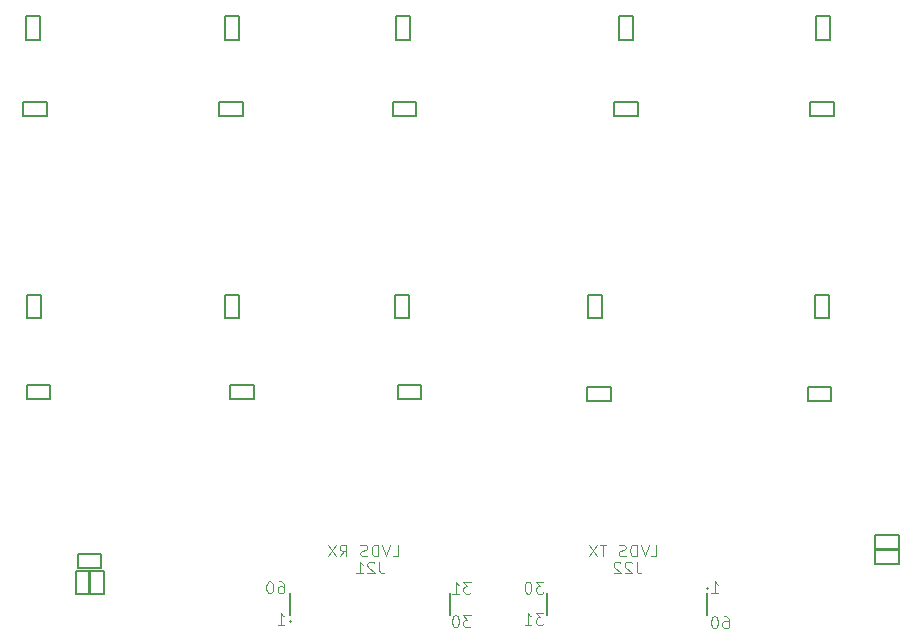
<source format=gbr>
%TF.GenerationSoftware,KiCad,Pcbnew,8.0.1*%
%TF.CreationDate,2025-04-10T18:27:20+05:30*%
%TF.ProjectId,GPIO HAT 2,4750494f-2048-4415-9420-322e6b696361,rev?*%
%TF.SameCoordinates,Original*%
%TF.FileFunction,Legend,Bot*%
%TF.FilePolarity,Positive*%
%FSLAX46Y46*%
G04 Gerber Fmt 4.6, Leading zero omitted, Abs format (unit mm)*
G04 Created by KiCad (PCBNEW 8.0.1) date 2025-04-10 18:27:20*
%MOMM*%
%LPD*%
G01*
G04 APERTURE LIST*
%ADD10C,0.100000*%
%ADD11C,0.200000*%
%ADD12C,0.250000*%
G04 APERTURE END LIST*
D10*
X201518153Y-135295819D02*
X200899106Y-135295819D01*
X200899106Y-135295819D02*
X201232439Y-135676771D01*
X201232439Y-135676771D02*
X201089582Y-135676771D01*
X201089582Y-135676771D02*
X200994344Y-135724390D01*
X200994344Y-135724390D02*
X200946725Y-135772009D01*
X200946725Y-135772009D02*
X200899106Y-135867247D01*
X200899106Y-135867247D02*
X200899106Y-136105342D01*
X200899106Y-136105342D02*
X200946725Y-136200580D01*
X200946725Y-136200580D02*
X200994344Y-136248200D01*
X200994344Y-136248200D02*
X201089582Y-136295819D01*
X201089582Y-136295819D02*
X201375296Y-136295819D01*
X201375296Y-136295819D02*
X201470534Y-136248200D01*
X201470534Y-136248200D02*
X201518153Y-136200580D01*
X200280058Y-135295819D02*
X200184820Y-135295819D01*
X200184820Y-135295819D02*
X200089582Y-135343438D01*
X200089582Y-135343438D02*
X200041963Y-135391057D01*
X200041963Y-135391057D02*
X199994344Y-135486295D01*
X199994344Y-135486295D02*
X199946725Y-135676771D01*
X199946725Y-135676771D02*
X199946725Y-135914866D01*
X199946725Y-135914866D02*
X199994344Y-136105342D01*
X199994344Y-136105342D02*
X200041963Y-136200580D01*
X200041963Y-136200580D02*
X200089582Y-136248200D01*
X200089582Y-136248200D02*
X200184820Y-136295819D01*
X200184820Y-136295819D02*
X200280058Y-136295819D01*
X200280058Y-136295819D02*
X200375296Y-136248200D01*
X200375296Y-136248200D02*
X200422915Y-136200580D01*
X200422915Y-136200580D02*
X200470534Y-136105342D01*
X200470534Y-136105342D02*
X200518153Y-135914866D01*
X200518153Y-135914866D02*
X200518153Y-135676771D01*
X200518153Y-135676771D02*
X200470534Y-135486295D01*
X200470534Y-135486295D02*
X200422915Y-135391057D01*
X200422915Y-135391057D02*
X200375296Y-135343438D01*
X200375296Y-135343438D02*
X200280058Y-135295819D01*
X207664953Y-135092619D02*
X207045906Y-135092619D01*
X207045906Y-135092619D02*
X207379239Y-135473571D01*
X207379239Y-135473571D02*
X207236382Y-135473571D01*
X207236382Y-135473571D02*
X207141144Y-135521190D01*
X207141144Y-135521190D02*
X207093525Y-135568809D01*
X207093525Y-135568809D02*
X207045906Y-135664047D01*
X207045906Y-135664047D02*
X207045906Y-135902142D01*
X207045906Y-135902142D02*
X207093525Y-135997380D01*
X207093525Y-135997380D02*
X207141144Y-136045000D01*
X207141144Y-136045000D02*
X207236382Y-136092619D01*
X207236382Y-136092619D02*
X207522096Y-136092619D01*
X207522096Y-136092619D02*
X207617334Y-136045000D01*
X207617334Y-136045000D02*
X207664953Y-135997380D01*
X206093525Y-136092619D02*
X206664953Y-136092619D01*
X206379239Y-136092619D02*
X206379239Y-135092619D01*
X206379239Y-135092619D02*
X206474477Y-135235476D01*
X206474477Y-135235476D02*
X206569715Y-135330714D01*
X206569715Y-135330714D02*
X206664953Y-135378333D01*
X222927125Y-135372019D02*
X223117601Y-135372019D01*
X223117601Y-135372019D02*
X223212839Y-135419638D01*
X223212839Y-135419638D02*
X223260458Y-135467257D01*
X223260458Y-135467257D02*
X223355696Y-135610114D01*
X223355696Y-135610114D02*
X223403315Y-135800590D01*
X223403315Y-135800590D02*
X223403315Y-136181542D01*
X223403315Y-136181542D02*
X223355696Y-136276780D01*
X223355696Y-136276780D02*
X223308077Y-136324400D01*
X223308077Y-136324400D02*
X223212839Y-136372019D01*
X223212839Y-136372019D02*
X223022363Y-136372019D01*
X223022363Y-136372019D02*
X222927125Y-136324400D01*
X222927125Y-136324400D02*
X222879506Y-136276780D01*
X222879506Y-136276780D02*
X222831887Y-136181542D01*
X222831887Y-136181542D02*
X222831887Y-135943447D01*
X222831887Y-135943447D02*
X222879506Y-135848209D01*
X222879506Y-135848209D02*
X222927125Y-135800590D01*
X222927125Y-135800590D02*
X223022363Y-135752971D01*
X223022363Y-135752971D02*
X223212839Y-135752971D01*
X223212839Y-135752971D02*
X223308077Y-135800590D01*
X223308077Y-135800590D02*
X223355696Y-135848209D01*
X223355696Y-135848209D02*
X223403315Y-135943447D01*
X222212839Y-135372019D02*
X222117601Y-135372019D01*
X222117601Y-135372019D02*
X222022363Y-135419638D01*
X222022363Y-135419638D02*
X221974744Y-135467257D01*
X221974744Y-135467257D02*
X221927125Y-135562495D01*
X221927125Y-135562495D02*
X221879506Y-135752971D01*
X221879506Y-135752971D02*
X221879506Y-135991066D01*
X221879506Y-135991066D02*
X221927125Y-136181542D01*
X221927125Y-136181542D02*
X221974744Y-136276780D01*
X221974744Y-136276780D02*
X222022363Y-136324400D01*
X222022363Y-136324400D02*
X222117601Y-136372019D01*
X222117601Y-136372019D02*
X222212839Y-136372019D01*
X222212839Y-136372019D02*
X222308077Y-136324400D01*
X222308077Y-136324400D02*
X222355696Y-136276780D01*
X222355696Y-136276780D02*
X222403315Y-136181542D01*
X222403315Y-136181542D02*
X222450934Y-135991066D01*
X222450934Y-135991066D02*
X222450934Y-135752971D01*
X222450934Y-135752971D02*
X222403315Y-135562495D01*
X222403315Y-135562495D02*
X222355696Y-135467257D01*
X222355696Y-135467257D02*
X222308077Y-135419638D01*
X222308077Y-135419638D02*
X222212839Y-135372019D01*
X207664953Y-132451019D02*
X207045906Y-132451019D01*
X207045906Y-132451019D02*
X207379239Y-132831971D01*
X207379239Y-132831971D02*
X207236382Y-132831971D01*
X207236382Y-132831971D02*
X207141144Y-132879590D01*
X207141144Y-132879590D02*
X207093525Y-132927209D01*
X207093525Y-132927209D02*
X207045906Y-133022447D01*
X207045906Y-133022447D02*
X207045906Y-133260542D01*
X207045906Y-133260542D02*
X207093525Y-133355780D01*
X207093525Y-133355780D02*
X207141144Y-133403400D01*
X207141144Y-133403400D02*
X207236382Y-133451019D01*
X207236382Y-133451019D02*
X207522096Y-133451019D01*
X207522096Y-133451019D02*
X207617334Y-133403400D01*
X207617334Y-133403400D02*
X207664953Y-133355780D01*
X206426858Y-132451019D02*
X206331620Y-132451019D01*
X206331620Y-132451019D02*
X206236382Y-132498638D01*
X206236382Y-132498638D02*
X206188763Y-132546257D01*
X206188763Y-132546257D02*
X206141144Y-132641495D01*
X206141144Y-132641495D02*
X206093525Y-132831971D01*
X206093525Y-132831971D02*
X206093525Y-133070066D01*
X206093525Y-133070066D02*
X206141144Y-133260542D01*
X206141144Y-133260542D02*
X206188763Y-133355780D01*
X206188763Y-133355780D02*
X206236382Y-133403400D01*
X206236382Y-133403400D02*
X206331620Y-133451019D01*
X206331620Y-133451019D02*
X206426858Y-133451019D01*
X206426858Y-133451019D02*
X206522096Y-133403400D01*
X206522096Y-133403400D02*
X206569715Y-133355780D01*
X206569715Y-133355780D02*
X206617334Y-133260542D01*
X206617334Y-133260542D02*
X206664953Y-133070066D01*
X206664953Y-133070066D02*
X206664953Y-132831971D01*
X206664953Y-132831971D02*
X206617334Y-132641495D01*
X206617334Y-132641495D02*
X206569715Y-132546257D01*
X206569715Y-132546257D02*
X206522096Y-132498638D01*
X206522096Y-132498638D02*
X206426858Y-132451019D01*
X221879506Y-133425619D02*
X222450934Y-133425619D01*
X222165220Y-133425619D02*
X222165220Y-132425619D01*
X222165220Y-132425619D02*
X222260458Y-132568476D01*
X222260458Y-132568476D02*
X222355696Y-132663714D01*
X222355696Y-132663714D02*
X222450934Y-132711333D01*
X185271744Y-132425619D02*
X185462220Y-132425619D01*
X185462220Y-132425619D02*
X185557458Y-132473238D01*
X185557458Y-132473238D02*
X185605077Y-132520857D01*
X185605077Y-132520857D02*
X185700315Y-132663714D01*
X185700315Y-132663714D02*
X185747934Y-132854190D01*
X185747934Y-132854190D02*
X185747934Y-133235142D01*
X185747934Y-133235142D02*
X185700315Y-133330380D01*
X185700315Y-133330380D02*
X185652696Y-133378000D01*
X185652696Y-133378000D02*
X185557458Y-133425619D01*
X185557458Y-133425619D02*
X185366982Y-133425619D01*
X185366982Y-133425619D02*
X185271744Y-133378000D01*
X185271744Y-133378000D02*
X185224125Y-133330380D01*
X185224125Y-133330380D02*
X185176506Y-133235142D01*
X185176506Y-133235142D02*
X185176506Y-132997047D01*
X185176506Y-132997047D02*
X185224125Y-132901809D01*
X185224125Y-132901809D02*
X185271744Y-132854190D01*
X185271744Y-132854190D02*
X185366982Y-132806571D01*
X185366982Y-132806571D02*
X185557458Y-132806571D01*
X185557458Y-132806571D02*
X185652696Y-132854190D01*
X185652696Y-132854190D02*
X185700315Y-132901809D01*
X185700315Y-132901809D02*
X185747934Y-132997047D01*
X184557458Y-132425619D02*
X184462220Y-132425619D01*
X184462220Y-132425619D02*
X184366982Y-132473238D01*
X184366982Y-132473238D02*
X184319363Y-132520857D01*
X184319363Y-132520857D02*
X184271744Y-132616095D01*
X184271744Y-132616095D02*
X184224125Y-132806571D01*
X184224125Y-132806571D02*
X184224125Y-133044666D01*
X184224125Y-133044666D02*
X184271744Y-133235142D01*
X184271744Y-133235142D02*
X184319363Y-133330380D01*
X184319363Y-133330380D02*
X184366982Y-133378000D01*
X184366982Y-133378000D02*
X184462220Y-133425619D01*
X184462220Y-133425619D02*
X184557458Y-133425619D01*
X184557458Y-133425619D02*
X184652696Y-133378000D01*
X184652696Y-133378000D02*
X184700315Y-133330380D01*
X184700315Y-133330380D02*
X184747934Y-133235142D01*
X184747934Y-133235142D02*
X184795553Y-133044666D01*
X184795553Y-133044666D02*
X184795553Y-132806571D01*
X184795553Y-132806571D02*
X184747934Y-132616095D01*
X184747934Y-132616095D02*
X184700315Y-132520857D01*
X184700315Y-132520857D02*
X184652696Y-132473238D01*
X184652696Y-132473238D02*
X184557458Y-132425619D01*
X201518153Y-132451019D02*
X200899106Y-132451019D01*
X200899106Y-132451019D02*
X201232439Y-132831971D01*
X201232439Y-132831971D02*
X201089582Y-132831971D01*
X201089582Y-132831971D02*
X200994344Y-132879590D01*
X200994344Y-132879590D02*
X200946725Y-132927209D01*
X200946725Y-132927209D02*
X200899106Y-133022447D01*
X200899106Y-133022447D02*
X200899106Y-133260542D01*
X200899106Y-133260542D02*
X200946725Y-133355780D01*
X200946725Y-133355780D02*
X200994344Y-133403400D01*
X200994344Y-133403400D02*
X201089582Y-133451019D01*
X201089582Y-133451019D02*
X201375296Y-133451019D01*
X201375296Y-133451019D02*
X201470534Y-133403400D01*
X201470534Y-133403400D02*
X201518153Y-133355780D01*
X199946725Y-133451019D02*
X200518153Y-133451019D01*
X200232439Y-133451019D02*
X200232439Y-132451019D01*
X200232439Y-132451019D02*
X200327677Y-132593876D01*
X200327677Y-132593876D02*
X200422915Y-132689114D01*
X200422915Y-132689114D02*
X200518153Y-132736733D01*
X194901525Y-130301419D02*
X195377715Y-130301419D01*
X195377715Y-130301419D02*
X195377715Y-129301419D01*
X194711048Y-129301419D02*
X194377715Y-130301419D01*
X194377715Y-130301419D02*
X194044382Y-129301419D01*
X193711048Y-130301419D02*
X193711048Y-129301419D01*
X193711048Y-129301419D02*
X193472953Y-129301419D01*
X193472953Y-129301419D02*
X193330096Y-129349038D01*
X193330096Y-129349038D02*
X193234858Y-129444276D01*
X193234858Y-129444276D02*
X193187239Y-129539514D01*
X193187239Y-129539514D02*
X193139620Y-129729990D01*
X193139620Y-129729990D02*
X193139620Y-129872847D01*
X193139620Y-129872847D02*
X193187239Y-130063323D01*
X193187239Y-130063323D02*
X193234858Y-130158561D01*
X193234858Y-130158561D02*
X193330096Y-130253800D01*
X193330096Y-130253800D02*
X193472953Y-130301419D01*
X193472953Y-130301419D02*
X193711048Y-130301419D01*
X192758667Y-130253800D02*
X192615810Y-130301419D01*
X192615810Y-130301419D02*
X192377715Y-130301419D01*
X192377715Y-130301419D02*
X192282477Y-130253800D01*
X192282477Y-130253800D02*
X192234858Y-130206180D01*
X192234858Y-130206180D02*
X192187239Y-130110942D01*
X192187239Y-130110942D02*
X192187239Y-130015704D01*
X192187239Y-130015704D02*
X192234858Y-129920466D01*
X192234858Y-129920466D02*
X192282477Y-129872847D01*
X192282477Y-129872847D02*
X192377715Y-129825228D01*
X192377715Y-129825228D02*
X192568191Y-129777609D01*
X192568191Y-129777609D02*
X192663429Y-129729990D01*
X192663429Y-129729990D02*
X192711048Y-129682371D01*
X192711048Y-129682371D02*
X192758667Y-129587133D01*
X192758667Y-129587133D02*
X192758667Y-129491895D01*
X192758667Y-129491895D02*
X192711048Y-129396657D01*
X192711048Y-129396657D02*
X192663429Y-129349038D01*
X192663429Y-129349038D02*
X192568191Y-129301419D01*
X192568191Y-129301419D02*
X192330096Y-129301419D01*
X192330096Y-129301419D02*
X192187239Y-129349038D01*
X190425334Y-130301419D02*
X190758667Y-129825228D01*
X190996762Y-130301419D02*
X190996762Y-129301419D01*
X190996762Y-129301419D02*
X190615810Y-129301419D01*
X190615810Y-129301419D02*
X190520572Y-129349038D01*
X190520572Y-129349038D02*
X190472953Y-129396657D01*
X190472953Y-129396657D02*
X190425334Y-129491895D01*
X190425334Y-129491895D02*
X190425334Y-129634752D01*
X190425334Y-129634752D02*
X190472953Y-129729990D01*
X190472953Y-129729990D02*
X190520572Y-129777609D01*
X190520572Y-129777609D02*
X190615810Y-129825228D01*
X190615810Y-129825228D02*
X190996762Y-129825228D01*
X190092000Y-129301419D02*
X189425334Y-130301419D01*
X189425334Y-129301419D02*
X190092000Y-130301419D01*
X185176506Y-136092619D02*
X185747934Y-136092619D01*
X185462220Y-136092619D02*
X185462220Y-135092619D01*
X185462220Y-135092619D02*
X185557458Y-135235476D01*
X185557458Y-135235476D02*
X185652696Y-135330714D01*
X185652696Y-135330714D02*
X185747934Y-135378333D01*
X216770925Y-130301419D02*
X217247115Y-130301419D01*
X217247115Y-130301419D02*
X217247115Y-129301419D01*
X216580448Y-129301419D02*
X216247115Y-130301419D01*
X216247115Y-130301419D02*
X215913782Y-129301419D01*
X215580448Y-130301419D02*
X215580448Y-129301419D01*
X215580448Y-129301419D02*
X215342353Y-129301419D01*
X215342353Y-129301419D02*
X215199496Y-129349038D01*
X215199496Y-129349038D02*
X215104258Y-129444276D01*
X215104258Y-129444276D02*
X215056639Y-129539514D01*
X215056639Y-129539514D02*
X215009020Y-129729990D01*
X215009020Y-129729990D02*
X215009020Y-129872847D01*
X215009020Y-129872847D02*
X215056639Y-130063323D01*
X215056639Y-130063323D02*
X215104258Y-130158561D01*
X215104258Y-130158561D02*
X215199496Y-130253800D01*
X215199496Y-130253800D02*
X215342353Y-130301419D01*
X215342353Y-130301419D02*
X215580448Y-130301419D01*
X214628067Y-130253800D02*
X214485210Y-130301419D01*
X214485210Y-130301419D02*
X214247115Y-130301419D01*
X214247115Y-130301419D02*
X214151877Y-130253800D01*
X214151877Y-130253800D02*
X214104258Y-130206180D01*
X214104258Y-130206180D02*
X214056639Y-130110942D01*
X214056639Y-130110942D02*
X214056639Y-130015704D01*
X214056639Y-130015704D02*
X214104258Y-129920466D01*
X214104258Y-129920466D02*
X214151877Y-129872847D01*
X214151877Y-129872847D02*
X214247115Y-129825228D01*
X214247115Y-129825228D02*
X214437591Y-129777609D01*
X214437591Y-129777609D02*
X214532829Y-129729990D01*
X214532829Y-129729990D02*
X214580448Y-129682371D01*
X214580448Y-129682371D02*
X214628067Y-129587133D01*
X214628067Y-129587133D02*
X214628067Y-129491895D01*
X214628067Y-129491895D02*
X214580448Y-129396657D01*
X214580448Y-129396657D02*
X214532829Y-129349038D01*
X214532829Y-129349038D02*
X214437591Y-129301419D01*
X214437591Y-129301419D02*
X214199496Y-129301419D01*
X214199496Y-129301419D02*
X214056639Y-129349038D01*
X213009019Y-129301419D02*
X212437591Y-129301419D01*
X212723305Y-130301419D02*
X212723305Y-129301419D01*
X212199495Y-129301419D02*
X211532829Y-130301419D01*
X211532829Y-129301419D02*
X212199495Y-130301419D01*
X215566523Y-130750019D02*
X215566523Y-131464304D01*
X215566523Y-131464304D02*
X215614142Y-131607161D01*
X215614142Y-131607161D02*
X215709380Y-131702400D01*
X215709380Y-131702400D02*
X215852237Y-131750019D01*
X215852237Y-131750019D02*
X215947475Y-131750019D01*
X215137951Y-130845257D02*
X215090332Y-130797638D01*
X215090332Y-130797638D02*
X214995094Y-130750019D01*
X214995094Y-130750019D02*
X214756999Y-130750019D01*
X214756999Y-130750019D02*
X214661761Y-130797638D01*
X214661761Y-130797638D02*
X214614142Y-130845257D01*
X214614142Y-130845257D02*
X214566523Y-130940495D01*
X214566523Y-130940495D02*
X214566523Y-131035733D01*
X214566523Y-131035733D02*
X214614142Y-131178590D01*
X214614142Y-131178590D02*
X215185570Y-131750019D01*
X215185570Y-131750019D02*
X214566523Y-131750019D01*
X214185570Y-130845257D02*
X214137951Y-130797638D01*
X214137951Y-130797638D02*
X214042713Y-130750019D01*
X214042713Y-130750019D02*
X213804618Y-130750019D01*
X213804618Y-130750019D02*
X213709380Y-130797638D01*
X213709380Y-130797638D02*
X213661761Y-130845257D01*
X213661761Y-130845257D02*
X213614142Y-130940495D01*
X213614142Y-130940495D02*
X213614142Y-131035733D01*
X213614142Y-131035733D02*
X213661761Y-131178590D01*
X213661761Y-131178590D02*
X214233189Y-131750019D01*
X214233189Y-131750019D02*
X213614142Y-131750019D01*
X193773323Y-130750019D02*
X193773323Y-131464304D01*
X193773323Y-131464304D02*
X193820942Y-131607161D01*
X193820942Y-131607161D02*
X193916180Y-131702400D01*
X193916180Y-131702400D02*
X194059037Y-131750019D01*
X194059037Y-131750019D02*
X194154275Y-131750019D01*
X193344751Y-130845257D02*
X193297132Y-130797638D01*
X193297132Y-130797638D02*
X193201894Y-130750019D01*
X193201894Y-130750019D02*
X192963799Y-130750019D01*
X192963799Y-130750019D02*
X192868561Y-130797638D01*
X192868561Y-130797638D02*
X192820942Y-130845257D01*
X192820942Y-130845257D02*
X192773323Y-130940495D01*
X192773323Y-130940495D02*
X192773323Y-131035733D01*
X192773323Y-131035733D02*
X192820942Y-131178590D01*
X192820942Y-131178590D02*
X193392370Y-131750019D01*
X193392370Y-131750019D02*
X192773323Y-131750019D01*
X191820942Y-131750019D02*
X192392370Y-131750019D01*
X192106656Y-131750019D02*
X192106656Y-130750019D01*
X192106656Y-130750019D02*
X192201894Y-130892876D01*
X192201894Y-130892876D02*
X192297132Y-130988114D01*
X192297132Y-130988114D02*
X192392370Y-131035733D01*
D11*
%TO.C,C37*%
X230275000Y-91805200D02*
X232275000Y-91805200D01*
X230275000Y-93005200D02*
X230275000Y-91805200D01*
X230275000Y-93005200D02*
X232275000Y-93005200D01*
X232275000Y-93005200D02*
X232275000Y-91805200D01*
%TO.C,C36*%
X195324600Y-115782800D02*
X197324600Y-115782800D01*
X195324600Y-116982800D02*
X195324600Y-115782800D01*
X195324600Y-116982800D02*
X197324600Y-116982800D01*
X197324600Y-116982800D02*
X197324600Y-115782800D01*
%TO.C,C32*%
X195081600Y-108151800D02*
X195081600Y-110151800D01*
X195081600Y-108151800D02*
X196281600Y-108151800D01*
X195081600Y-110151800D02*
X196281600Y-110151800D01*
X196281600Y-108151800D02*
X196281600Y-110151800D01*
%TO.C,C28*%
X194918200Y-91805200D02*
X196918200Y-91805200D01*
X194918200Y-93005200D02*
X194918200Y-91805200D01*
X194918200Y-93005200D02*
X196918200Y-93005200D01*
X196918200Y-93005200D02*
X196918200Y-91805200D01*
%TO.C,C34*%
X230641600Y-108151800D02*
X230641600Y-110151800D01*
X230641600Y-108151800D02*
X231841600Y-108151800D01*
X230641600Y-110151800D02*
X231841600Y-110151800D01*
X231841600Y-108151800D02*
X231841600Y-110151800D01*
%TO.C,C27*%
X181176800Y-115757400D02*
X183176800Y-115757400D01*
X181176800Y-116957400D02*
X181176800Y-115757400D01*
X181176800Y-116957400D02*
X183176800Y-116957400D01*
X183176800Y-116957400D02*
X183176800Y-115757400D01*
%TO.C,R5*%
X169235500Y-131519099D02*
X169235500Y-133519099D01*
X169235500Y-131519099D02*
X170435500Y-131519099D01*
X169235500Y-133519099D02*
X170435500Y-133519099D01*
X170435500Y-131519099D02*
X170435500Y-133519099D01*
%TO.C,R3*%
X168077500Y-133519100D02*
X168077500Y-131519100D01*
X169277500Y-131519100D02*
X168077500Y-131519100D01*
X169277500Y-133519100D02*
X168077500Y-133519100D01*
X169277500Y-133519100D02*
X169277500Y-131519100D01*
%TO.C,R19*%
X235752000Y-129748800D02*
X235752000Y-130948800D01*
X237752000Y-129748800D02*
X235752000Y-129748800D01*
X237752000Y-129748800D02*
X237752000Y-130948800D01*
X237752000Y-130948800D02*
X235752000Y-130948800D01*
%TO.C,C24*%
X211413800Y-108151800D02*
X211413800Y-110151800D01*
X211413800Y-108151800D02*
X212613800Y-108151800D01*
X211413800Y-110151800D02*
X212613800Y-110151800D01*
X212613800Y-108151800D02*
X212613800Y-110151800D01*
%TO.C,C19*%
X163966600Y-108151800D02*
X163966600Y-110151800D01*
X163966600Y-108151800D02*
X165166600Y-108151800D01*
X163966600Y-110151800D02*
X165166600Y-110151800D01*
X165166600Y-108151800D02*
X165166600Y-110151800D01*
%TO.C,J22*%
X207987000Y-135274400D02*
X207987000Y-133424400D01*
X221507000Y-133424400D02*
X221507000Y-135274400D01*
D12*
X221519200Y-132969000D02*
X221519200Y-132969000D01*
D11*
%TO.C,C26*%
X163625400Y-91805200D02*
X165625400Y-91805200D01*
X163625400Y-93005200D02*
X163625400Y-91805200D01*
X163625400Y-93005200D02*
X165625400Y-93005200D01*
X165625400Y-93005200D02*
X165625400Y-91805200D01*
D12*
%TO.C,J21*%
X186194200Y-135737600D02*
X186194200Y-135737600D01*
D11*
X186206400Y-135282200D02*
X186206400Y-133432200D01*
X199726400Y-133432200D02*
X199726400Y-135282200D01*
%TO.C,C30*%
X211377400Y-115935200D02*
X213377400Y-115935200D01*
X211377400Y-117135200D02*
X211377400Y-115935200D01*
X211377400Y-117135200D02*
X213377400Y-117135200D01*
X213377400Y-117135200D02*
X213377400Y-115935200D01*
%TO.C,C21*%
X180705200Y-108151800D02*
X180705200Y-110151800D01*
X180705200Y-108151800D02*
X181905200Y-108151800D01*
X180705200Y-110151800D02*
X181905200Y-110151800D01*
X181905200Y-108151800D02*
X181905200Y-110151800D01*
%TO.C,C35*%
X180211600Y-91805200D02*
X182211600Y-91805200D01*
X180211600Y-93005200D02*
X180211600Y-91805200D01*
X180211600Y-93005200D02*
X182211600Y-93005200D01*
X182211600Y-93005200D02*
X182211600Y-91805200D01*
%TO.C,R18*%
X235752000Y-128498800D02*
X235752000Y-129698800D01*
X237752000Y-128498800D02*
X235752000Y-128498800D01*
X237752000Y-128498800D02*
X237752000Y-129698800D01*
X237752000Y-129698800D02*
X235752000Y-129698800D01*
%TO.C,C38*%
X230046400Y-115935200D02*
X232046400Y-115935200D01*
X230046400Y-117135200D02*
X230046400Y-115935200D01*
X230046400Y-117135200D02*
X232046400Y-117135200D01*
X232046400Y-117135200D02*
X232046400Y-115935200D01*
%TO.C,C33*%
X230717800Y-84580600D02*
X230717800Y-86580600D01*
X230717800Y-84580600D02*
X231917800Y-84580600D01*
X230717800Y-86580600D02*
X231917800Y-86580600D01*
X231917800Y-84580600D02*
X231917800Y-86580600D01*
%TO.C,C20*%
X163865000Y-84580600D02*
X163865000Y-86580600D01*
X163865000Y-84580600D02*
X165065000Y-84580600D01*
X163865000Y-86580600D02*
X165065000Y-86580600D01*
X165065000Y-84580600D02*
X165065000Y-86580600D01*
%TO.C,C11*%
X168250448Y-130093500D02*
X168250448Y-131293500D01*
X170250448Y-130093500D02*
X168250448Y-130093500D01*
X170250448Y-130093500D02*
X170250448Y-131293500D01*
X170250448Y-131293500D02*
X168250448Y-131293500D01*
%TO.C,C25*%
X163930200Y-115757400D02*
X165930200Y-115757400D01*
X163930200Y-116957400D02*
X163930200Y-115757400D01*
X163930200Y-116957400D02*
X165930200Y-116957400D01*
X165930200Y-116957400D02*
X165930200Y-115757400D01*
%TO.C,C31*%
X180705200Y-84580600D02*
X180705200Y-86580600D01*
X180705200Y-84580600D02*
X181905200Y-84580600D01*
X180705200Y-86580600D02*
X181905200Y-86580600D01*
X181905200Y-84580600D02*
X181905200Y-86580600D01*
%TO.C,C23*%
X214055400Y-84580600D02*
X214055400Y-86580600D01*
X214055400Y-84580600D02*
X215255400Y-84580600D01*
X214055400Y-86580600D02*
X215255400Y-86580600D01*
X215255400Y-84580600D02*
X215255400Y-86580600D01*
%TO.C,C22*%
X195157800Y-84580600D02*
X195157800Y-86580600D01*
X195157800Y-84580600D02*
X196357800Y-84580600D01*
X195157800Y-86580600D02*
X196357800Y-86580600D01*
X196357800Y-84580600D02*
X196357800Y-86580600D01*
%TO.C,C29*%
X213688800Y-91805200D02*
X215688800Y-91805200D01*
X213688800Y-93005200D02*
X213688800Y-91805200D01*
X213688800Y-93005200D02*
X215688800Y-93005200D01*
X215688800Y-93005200D02*
X215688800Y-91805200D01*
%TD*%
M02*

</source>
